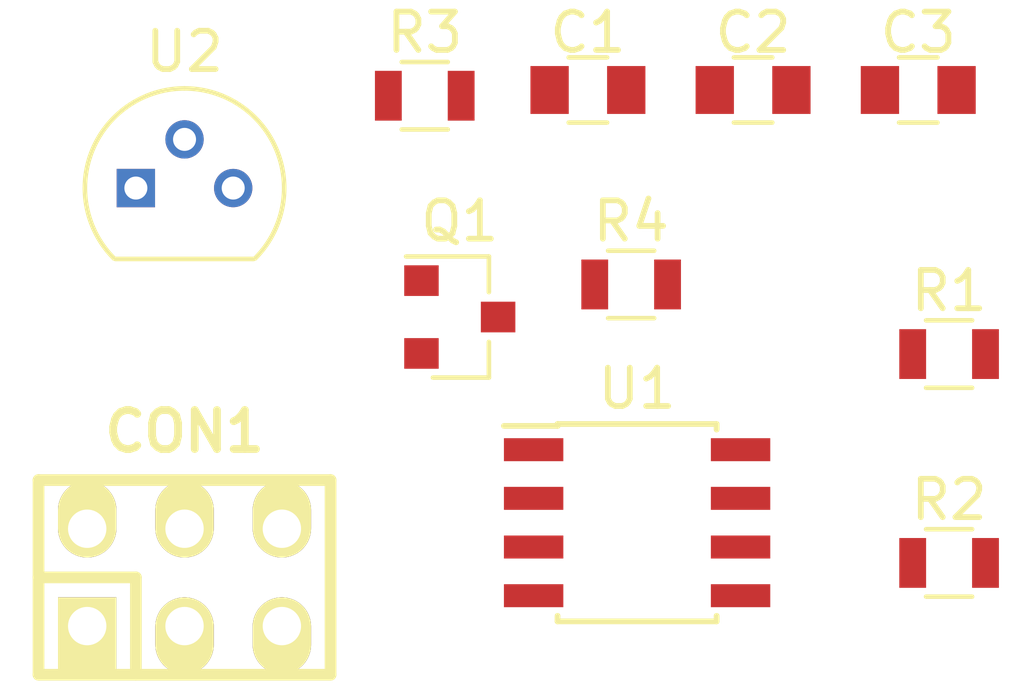
<source format=kicad_pcb>
(kicad_pcb (version 20170123) (host pcbnew no-vcs-found-996cba7~58~ubuntu16.10.1)

  (general
    (links 22)
    (no_connects 22)
    (area 104.254524 52.133539 131.279018 70.474545)
    (thickness 1.6)
    (drawings 0)
    (tracks 0)
    (zones 0)
    (modules 11)
    (nets 13)
  )

  (page A4)
  (layers
    (0 F.Cu signal)
    (31 B.Cu signal)
    (32 B.Adhes user)
    (33 F.Adhes user)
    (34 B.Paste user)
    (35 F.Paste user)
    (36 B.SilkS user)
    (37 F.SilkS user)
    (38 B.Mask user)
    (39 F.Mask user)
    (40 Dwgs.User user)
    (41 Cmts.User user)
    (42 Eco1.User user)
    (43 Eco2.User user)
    (44 Edge.Cuts user)
    (45 Margin user)
    (46 B.CrtYd user)
    (47 F.CrtYd user)
    (48 B.Fab user)
    (49 F.Fab user)
  )

  (setup
    (last_trace_width 0.25)
    (trace_clearance 0.2)
    (zone_clearance 0.508)
    (zone_45_only no)
    (trace_min 0.2)
    (segment_width 0.2)
    (edge_width 0.15)
    (via_size 0.8)
    (via_drill 0.4)
    (via_min_size 0.4)
    (via_min_drill 0.3)
    (uvia_size 0.3)
    (uvia_drill 0.1)
    (uvias_allowed no)
    (uvia_min_size 0.2)
    (uvia_min_drill 0.1)
    (pcb_text_width 0.3)
    (pcb_text_size 1.5 1.5)
    (mod_edge_width 0.15)
    (mod_text_size 1 1)
    (mod_text_width 0.15)
    (pad_size 1.524 1.524)
    (pad_drill 0.762)
    (pad_to_mask_clearance 0.2)
    (aux_axis_origin 0 0)
    (visible_elements 7FFFFFFF)
    (pcbplotparams
      (layerselection 0x00030_ffffffff)
      (usegerberextensions false)
      (excludeedgelayer true)
      (linewidth 0.100000)
      (plotframeref false)
      (viasonmask false)
      (mode 1)
      (useauxorigin false)
      (hpglpennumber 1)
      (hpglpenspeed 20)
      (hpglpendiameter 15)
      (psnegative false)
      (psa4output false)
      (plotreference true)
      (plotvalue true)
      (plotinvisibletext false)
      (padsonsilk false)
      (subtractmaskfromsilk false)
      (outputformat 1)
      (mirror false)
      (drillshape 1)
      (scaleselection 1)
      (outputdirectory ""))
  )

  (net 0 "")
  (net 1 +5V)
  (net 2 GND)
  (net 3 "Net-(CON1-Pad1)")
  (net 4 "Net-(CON1-Pad3)")
  (net 5 "Net-(CON1-Pad4)")
  (net 6 "Net-(CON1-Pad5)")
  (net 7 "Net-(C1-Pad1)")
  (net 8 "Net-(R1-Pad2)")
  (net 9 "Net-(U2-Pad3)")
  (net 10 "Net-(Q1-Pad1)")
  (net 11 "Net-(Q1-Pad3)")
  (net 12 "Net-(R4-Pad1)")

  (net_class Default "This is the default net class."
    (clearance 0.2)
    (trace_width 0.25)
    (via_dia 0.8)
    (via_drill 0.4)
    (uvia_dia 0.3)
    (uvia_drill 0.1)
    (add_net +5V)
    (add_net GND)
    (add_net "Net-(C1-Pad1)")
    (add_net "Net-(CON1-Pad1)")
    (add_net "Net-(CON1-Pad3)")
    (add_net "Net-(CON1-Pad4)")
    (add_net "Net-(CON1-Pad5)")
    (add_net "Net-(Q1-Pad1)")
    (add_net "Net-(Q1-Pad3)")
    (add_net "Net-(R1-Pad2)")
    (add_net "Net-(R4-Pad1)")
    (add_net "Net-(U2-Pad3)")
  )

  (module Resistors_SMD:R_0805 (layer F.Cu) (tedit 58AADA8F) (tstamp 58F32317)
    (at 120.87369 59.665624)
    (descr "Resistor SMD 0805, reflow soldering, Vishay (see dcrcw.pdf)")
    (tags "resistor 0805")
    (path /58CD990A)
    (attr smd)
    (fp_text reference R4 (at 0 -1.65) (layer F.SilkS)
      (effects (font (size 1 1) (thickness 0.15)))
    )
    (fp_text value 10k (at 0 1.75) (layer F.Fab)
      (effects (font (size 1 1) (thickness 0.15)))
    )
    (fp_text user %R (at 0 -1.65) (layer F.Fab)
      (effects (font (size 1 1) (thickness 0.15)))
    )
    (fp_line (start -1 0.62) (end -1 -0.62) (layer F.Fab) (width 0.1))
    (fp_line (start 1 0.62) (end -1 0.62) (layer F.Fab) (width 0.1))
    (fp_line (start 1 -0.62) (end 1 0.62) (layer F.Fab) (width 0.1))
    (fp_line (start -1 -0.62) (end 1 -0.62) (layer F.Fab) (width 0.1))
    (fp_line (start 0.6 0.88) (end -0.6 0.88) (layer F.SilkS) (width 0.12))
    (fp_line (start -0.6 -0.88) (end 0.6 -0.88) (layer F.SilkS) (width 0.12))
    (fp_line (start -1.55 -0.9) (end 1.55 -0.9) (layer F.CrtYd) (width 0.05))
    (fp_line (start -1.55 -0.9) (end -1.55 0.9) (layer F.CrtYd) (width 0.05))
    (fp_line (start 1.55 0.9) (end 1.55 -0.9) (layer F.CrtYd) (width 0.05))
    (fp_line (start 1.55 0.9) (end -1.55 0.9) (layer F.CrtYd) (width 0.05))
    (pad 1 smd rect (at -0.95 0) (size 0.7 1.3) (layers F.Cu F.Paste F.Mask)
      (net 12 "Net-(R4-Pad1)"))
    (pad 2 smd rect (at 0.95 0) (size 0.7 1.3) (layers F.Cu F.Paste F.Mask)
      (net 10 "Net-(Q1-Pad1)"))
    (model Resistors_SMD.3dshapes/R_0805.wrl
      (at (xyz 0 0 0))
      (scale (xyz 1 1 1))
      (rotate (xyz 0 0 0))
    )
  )

  (module TO_SOT_Packages_SMD:SOT-23 (layer F.Cu) (tedit 5883B105) (tstamp 58F32280)
    (at 116.40226 60.515624)
    (descr "SOT-23, Standard")
    (tags SOT-23)
    (path /58CD9864)
    (attr smd)
    (fp_text reference Q1 (at 0 -2.5) (layer F.SilkS)
      (effects (font (size 1 1) (thickness 0.15)))
    )
    (fp_text value BC847 (at 0 2.5) (layer F.Fab)
      (effects (font (size 1 1) (thickness 0.15)))
    )
    (fp_line (start -0.7 -0.95) (end -0.7 1.5) (layer F.Fab) (width 0.1))
    (fp_line (start -0.15 -1.52) (end 0.7 -1.52) (layer F.Fab) (width 0.1))
    (fp_line (start -0.7 -0.95) (end -0.15 -1.52) (layer F.Fab) (width 0.1))
    (fp_line (start 0.7 -1.52) (end 0.7 1.52) (layer F.Fab) (width 0.1))
    (fp_line (start -0.7 1.52) (end 0.7 1.52) (layer F.Fab) (width 0.1))
    (fp_line (start 0.76 1.58) (end 0.76 0.65) (layer F.SilkS) (width 0.12))
    (fp_line (start 0.76 -1.58) (end 0.76 -0.65) (layer F.SilkS) (width 0.12))
    (fp_line (start -1.7 -1.75) (end 1.7 -1.75) (layer F.CrtYd) (width 0.05))
    (fp_line (start 1.7 -1.75) (end 1.7 1.75) (layer F.CrtYd) (width 0.05))
    (fp_line (start 1.7 1.75) (end -1.7 1.75) (layer F.CrtYd) (width 0.05))
    (fp_line (start -1.7 1.75) (end -1.7 -1.75) (layer F.CrtYd) (width 0.05))
    (fp_line (start 0.76 -1.58) (end -1.4 -1.58) (layer F.SilkS) (width 0.12))
    (fp_line (start 0.76 1.58) (end -0.7 1.58) (layer F.SilkS) (width 0.12))
    (pad 1 smd rect (at -1 -0.95) (size 0.9 0.8) (layers F.Cu F.Paste F.Mask)
      (net 10 "Net-(Q1-Pad1)"))
    (pad 2 smd rect (at -1 0.95) (size 0.9 0.8) (layers F.Cu F.Paste F.Mask)
      (net 2 GND))
    (pad 3 smd rect (at 1 0) (size 0.9 0.8) (layers F.Cu F.Paste F.Mask)
      (net 11 "Net-(Q1-Pad3)"))
    (model TO_SOT_Packages_SMD.3dshapes/SOT-23.wrl
      (at (xyz 0 0 0))
      (scale (xyz 1 1 1))
      (rotate (xyz 0 0 90))
    )
  )

  (module TO_SOT_Packages_THT:TO-92_Molded_Narrow (layer F.Cu) (tedit 58610942) (tstamp 58F2DF89)
    (at 107.95 57.15)
    (descr "TO-92 leads molded, narrow, drill 0.6mm (see NXP sot054_po.pdf)")
    (tags "to-92 sc-43 sc-43a sot54 PA33 transistor")
    (path /58CD75F5)
    (fp_text reference U2 (at 1.27 -3.56) (layer F.SilkS)
      (effects (font (size 1 1) (thickness 0.15)))
    )
    (fp_text value LM78L05ACZ (at 1.27 2.79) (layer F.Fab)
      (effects (font (size 1 1) (thickness 0.15)))
    )
    (fp_text user %R (at 1.27 -3.56) (layer F.Fab)
      (effects (font (size 1 1) (thickness 0.15)))
    )
    (fp_line (start -0.53 1.85) (end 3.07 1.85) (layer F.SilkS) (width 0.12))
    (fp_line (start -0.5 1.75) (end 3 1.75) (layer F.Fab) (width 0.1))
    (fp_line (start -1.46 -2.73) (end 4 -2.73) (layer F.CrtYd) (width 0.05))
    (fp_line (start -1.46 -2.73) (end -1.46 2.01) (layer F.CrtYd) (width 0.05))
    (fp_line (start 4 2.01) (end 4 -2.73) (layer F.CrtYd) (width 0.05))
    (fp_line (start 4 2.01) (end -1.46 2.01) (layer F.CrtYd) (width 0.05))
    (fp_arc (start 1.27 0) (end 1.27 -2.48) (angle 135) (layer F.Fab) (width 0.1))
    (fp_arc (start 1.27 0) (end 1.27 -2.6) (angle -135) (layer F.SilkS) (width 0.12))
    (fp_arc (start 1.27 0) (end 1.27 -2.48) (angle -135) (layer F.Fab) (width 0.1))
    (fp_arc (start 1.27 0) (end 1.27 -2.6) (angle 135) (layer F.SilkS) (width 0.12))
    (pad 2 thru_hole circle (at 1.27 -1.27 90) (size 1 1) (drill 0.6) (layers *.Cu *.Mask)
      (net 2 GND))
    (pad 3 thru_hole circle (at 2.54 0 90) (size 1 1) (drill 0.6) (layers *.Cu *.Mask)
      (net 9 "Net-(U2-Pad3)"))
    (pad 1 thru_hole rect (at 0 0 90) (size 1 1) (drill 0.6) (layers *.Cu *.Mask)
      (net 1 +5V))
    (model TO_SOT_Packages_THT.3dshapes/TO-92_Molded_Narrow.wrl
      (at (xyz 0.05 0 0))
      (scale (xyz 1 1 1))
      (rotate (xyz 0 0 -90))
    )
  )

  (module Housings_SOIC:SOIC-8_3.9x4.9mm_Pitch1.27mm (layer F.Cu) (tedit 54130A77) (tstamp 58CD9E1F)
    (at 121.029256 65.882045)
    (descr "8-Lead Plastic Small Outline (SN) - Narrow, 3.90 mm Body [SOIC] (see Microchip Packaging Specification 00000049BS.pdf)")
    (tags "SOIC 1.27")
    (path /58CD65E5)
    (attr smd)
    (fp_text reference U1 (at 0 -3.5) (layer F.SilkS)
      (effects (font (size 1 1) (thickness 0.15)))
    )
    (fp_text value ATTINY13A-SSU (at 0 3.5) (layer F.Fab)
      (effects (font (size 1 1) (thickness 0.15)))
    )
    (fp_line (start -0.95 -2.45) (end 1.95 -2.45) (layer F.Fab) (width 0.15))
    (fp_line (start 1.95 -2.45) (end 1.95 2.45) (layer F.Fab) (width 0.15))
    (fp_line (start 1.95 2.45) (end -1.95 2.45) (layer F.Fab) (width 0.15))
    (fp_line (start -1.95 2.45) (end -1.95 -1.45) (layer F.Fab) (width 0.15))
    (fp_line (start -1.95 -1.45) (end -0.95 -2.45) (layer F.Fab) (width 0.15))
    (fp_line (start -3.75 -2.75) (end -3.75 2.75) (layer F.CrtYd) (width 0.05))
    (fp_line (start 3.75 -2.75) (end 3.75 2.75) (layer F.CrtYd) (width 0.05))
    (fp_line (start -3.75 -2.75) (end 3.75 -2.75) (layer F.CrtYd) (width 0.05))
    (fp_line (start -3.75 2.75) (end 3.75 2.75) (layer F.CrtYd) (width 0.05))
    (fp_line (start -2.075 -2.575) (end -2.075 -2.525) (layer F.SilkS) (width 0.15))
    (fp_line (start 2.075 -2.575) (end 2.075 -2.43) (layer F.SilkS) (width 0.15))
    (fp_line (start 2.075 2.575) (end 2.075 2.43) (layer F.SilkS) (width 0.15))
    (fp_line (start -2.075 2.575) (end -2.075 2.43) (layer F.SilkS) (width 0.15))
    (fp_line (start -2.075 -2.575) (end 2.075 -2.575) (layer F.SilkS) (width 0.15))
    (fp_line (start -2.075 2.575) (end 2.075 2.575) (layer F.SilkS) (width 0.15))
    (fp_line (start -2.075 -2.525) (end -3.475 -2.525) (layer F.SilkS) (width 0.15))
    (pad 1 smd rect (at -2.7 -1.905) (size 1.55 0.6) (layers F.Cu F.Paste F.Mask)
      (net 6 "Net-(CON1-Pad5)"))
    (pad 2 smd rect (at -2.7 -0.635) (size 1.55 0.6) (layers F.Cu F.Paste F.Mask)
      (net 12 "Net-(R4-Pad1)"))
    (pad 3 smd rect (at -2.7 0.635) (size 1.55 0.6) (layers F.Cu F.Paste F.Mask)
      (net 8 "Net-(R1-Pad2)"))
    (pad 4 smd rect (at -2.7 1.905) (size 1.55 0.6) (layers F.Cu F.Paste F.Mask)
      (net 2 GND))
    (pad 5 smd rect (at 2.7 1.905) (size 1.55 0.6) (layers F.Cu F.Paste F.Mask)
      (net 5 "Net-(CON1-Pad4)"))
    (pad 6 smd rect (at 2.7 0.635) (size 1.55 0.6) (layers F.Cu F.Paste F.Mask)
      (net 3 "Net-(CON1-Pad1)"))
    (pad 7 smd rect (at 2.7 -0.635) (size 1.55 0.6) (layers F.Cu F.Paste F.Mask)
      (net 4 "Net-(CON1-Pad3)"))
    (pad 8 smd rect (at 2.7 -1.905) (size 1.55 0.6) (layers F.Cu F.Paste F.Mask)
      (net 1 +5V))
    (model Housings_SOIC.3dshapes/SOIC-8_3.9x4.9mm_Pitch1.27mm.wrl
      (at (xyz 0 0 0))
      (scale (xyz 1 1 1))
      (rotate (xyz 0 0 0))
    )
  )

  (module w_pin_strip:pin_strip_3x2 (layer F.Cu) (tedit 4B90DEF7) (tstamp 58DC25D5)
    (at 109.22 67.31)
    (descr "Pin strip 3x2pin")
    (tags "CONN DEV")
    (path /58CB0AB3)
    (fp_text reference CON1 (at 0 -3.81) (layer F.SilkS)
      (effects (font (size 1.016 1.016) (thickness 0.2032)))
    )
    (fp_text value AVR-ISP6 (at 0 -5.08) (layer F.SilkS) hide
      (effects (font (size 1.016 0.889) (thickness 0.2032)))
    )
    (fp_line (start -3.81 -2.54) (end 3.81 -2.54) (layer F.SilkS) (width 0.3048))
    (fp_line (start 3.81 -2.54) (end 3.81 2.54) (layer F.SilkS) (width 0.3048))
    (fp_line (start 3.81 2.54) (end -3.81 2.54) (layer F.SilkS) (width 0.3048))
    (fp_line (start -3.81 0) (end -1.27 0) (layer F.SilkS) (width 0.3048))
    (fp_line (start -1.27 0) (end -1.27 2.54) (layer F.SilkS) (width 0.3048))
    (fp_line (start -3.81 -2.54) (end -3.81 2.54) (layer F.SilkS) (width 0.3048))
    (pad 1 thru_hole rect (at -2.54 1.27) (size 1.524 1.99898) (drill 1.00076 (offset 0 0.24892)) (layers *.Cu *.Mask F.SilkS)
      (net 3 "Net-(CON1-Pad1)"))
    (pad 2 thru_hole oval (at -2.54 -1.27) (size 1.524 1.99898) (drill 1.00076 (offset 0 -0.24892)) (layers *.Cu *.Mask F.SilkS)
      (net 1 +5V))
    (pad 3 thru_hole oval (at 0 1.27) (size 1.524 1.99898) (drill 1.00076 (offset 0 0.24892)) (layers *.Cu *.Mask F.SilkS)
      (net 4 "Net-(CON1-Pad3)"))
    (pad 4 thru_hole oval (at 0 -1.27) (size 1.524 1.99898) (drill 1.00076 (offset 0 -0.24892)) (layers *.Cu *.Mask F.SilkS)
      (net 5 "Net-(CON1-Pad4)"))
    (pad 5 thru_hole oval (at 2.54 1.27) (size 1.524 1.99898) (drill 1.00076 (offset 0 0.24892)) (layers *.Cu *.Mask F.SilkS)
      (net 6 "Net-(CON1-Pad5)"))
    (pad 6 thru_hole oval (at 2.54 -1.27) (size 1.524 1.99898) (drill 1.00076 (offset 0 -0.24892)) (layers *.Cu *.Mask F.SilkS)
      (net 2 GND))
    (model walter/pin_strip/pin_strip_3x2.wrl
      (at (xyz 0 0 0))
      (scale (xyz 1 1 1))
      (rotate (xyz 0 0 0))
    )
  )

  (module Capacitors_SMD:C_0805 (layer F.Cu) (tedit 58AA8463) (tstamp 58C79E7B)
    (at 128.365985 54.591039)
    (descr "Capacitor SMD 0805, reflow soldering, AVX (see smccp.pdf)")
    (tags "capacitor 0805")
    (path /58C70A73)
    (attr smd)
    (fp_text reference C3 (at 0 -1.5) (layer F.SilkS)
      (effects (font (size 1 1) (thickness 0.15)))
    )
    (fp_text value 100n (at 0 1.75) (layer F.Fab)
      (effects (font (size 1 1) (thickness 0.15)))
    )
    (fp_text user %R (at 0 -1.5) (layer F.Fab)
      (effects (font (size 1 1) (thickness 0.15)))
    )
    (fp_line (start -1 0.62) (end -1 -0.62) (layer F.Fab) (width 0.1))
    (fp_line (start 1 0.62) (end -1 0.62) (layer F.Fab) (width 0.1))
    (fp_line (start 1 -0.62) (end 1 0.62) (layer F.Fab) (width 0.1))
    (fp_line (start -1 -0.62) (end 1 -0.62) (layer F.Fab) (width 0.1))
    (fp_line (start 0.5 -0.85) (end -0.5 -0.85) (layer F.SilkS) (width 0.12))
    (fp_line (start -0.5 0.85) (end 0.5 0.85) (layer F.SilkS) (width 0.12))
    (fp_line (start -1.75 -0.88) (end 1.75 -0.88) (layer F.CrtYd) (width 0.05))
    (fp_line (start -1.75 -0.88) (end -1.75 0.87) (layer F.CrtYd) (width 0.05))
    (fp_line (start 1.75 0.87) (end 1.75 -0.88) (layer F.CrtYd) (width 0.05))
    (fp_line (start 1.75 0.87) (end -1.75 0.87) (layer F.CrtYd) (width 0.05))
    (pad 1 smd rect (at -1 0) (size 1 1.25) (layers F.Cu F.Paste F.Mask)
      (net 1 +5V))
    (pad 2 smd rect (at 1 0) (size 1 1.25) (layers F.Cu F.Paste F.Mask)
      (net 2 GND))
    (model Capacitors_SMD.3dshapes/C_0805.wrl
      (at (xyz 0 0 0))
      (scale (xyz 1 1 1))
      (rotate (xyz 0 0 0))
    )
  )

  (module Capacitors_SMD:C_0805 (layer F.Cu) (tedit 58AA8463) (tstamp 58C79E4A)
    (at 124.055985 54.591039)
    (descr "Capacitor SMD 0805, reflow soldering, AVX (see smccp.pdf)")
    (tags "capacitor 0805")
    (path /58C70C3F)
    (attr smd)
    (fp_text reference C2 (at 0 -1.5) (layer F.SilkS)
      (effects (font (size 1 1) (thickness 0.15)))
    )
    (fp_text value 100n (at 0 1.75) (layer F.Fab)
      (effects (font (size 1 1) (thickness 0.15)))
    )
    (fp_line (start 1.75 0.87) (end -1.75 0.87) (layer F.CrtYd) (width 0.05))
    (fp_line (start 1.75 0.87) (end 1.75 -0.88) (layer F.CrtYd) (width 0.05))
    (fp_line (start -1.75 -0.88) (end -1.75 0.87) (layer F.CrtYd) (width 0.05))
    (fp_line (start -1.75 -0.88) (end 1.75 -0.88) (layer F.CrtYd) (width 0.05))
    (fp_line (start -0.5 0.85) (end 0.5 0.85) (layer F.SilkS) (width 0.12))
    (fp_line (start 0.5 -0.85) (end -0.5 -0.85) (layer F.SilkS) (width 0.12))
    (fp_line (start -1 -0.62) (end 1 -0.62) (layer F.Fab) (width 0.1))
    (fp_line (start 1 -0.62) (end 1 0.62) (layer F.Fab) (width 0.1))
    (fp_line (start 1 0.62) (end -1 0.62) (layer F.Fab) (width 0.1))
    (fp_line (start -1 0.62) (end -1 -0.62) (layer F.Fab) (width 0.1))
    (fp_text user %R (at 0 -1.5) (layer F.Fab)
      (effects (font (size 1 1) (thickness 0.15)))
    )
    (pad 2 smd rect (at 1 0) (size 1 1.25) (layers F.Cu F.Paste F.Mask)
      (net 2 GND))
    (pad 1 smd rect (at -1 0) (size 1 1.25) (layers F.Cu F.Paste F.Mask)
      (net 1 +5V))
    (model Capacitors_SMD.3dshapes/C_0805.wrl
      (at (xyz 0 0 0))
      (scale (xyz 1 1 1))
      (rotate (xyz 0 0 0))
    )
  )

  (module Capacitors_SMD:C_0805 (layer F.Cu) (tedit 58AA8463) (tstamp 58C79E19)
    (at 119.745985 54.591039)
    (descr "Capacitor SMD 0805, reflow soldering, AVX (see smccp.pdf)")
    (tags "capacitor 0805")
    (path /58CC55EF)
    (attr smd)
    (fp_text reference C1 (at 0 -1.5) (layer F.SilkS)
      (effects (font (size 1 1) (thickness 0.15)))
    )
    (fp_text value 0,47 (at 0 1.75) (layer F.Fab)
      (effects (font (size 1 1) (thickness 0.15)))
    )
    (fp_text user %R (at 0 -1.5) (layer F.Fab)
      (effects (font (size 1 1) (thickness 0.15)))
    )
    (fp_line (start -1 0.62) (end -1 -0.62) (layer F.Fab) (width 0.1))
    (fp_line (start 1 0.62) (end -1 0.62) (layer F.Fab) (width 0.1))
    (fp_line (start 1 -0.62) (end 1 0.62) (layer F.Fab) (width 0.1))
    (fp_line (start -1 -0.62) (end 1 -0.62) (layer F.Fab) (width 0.1))
    (fp_line (start 0.5 -0.85) (end -0.5 -0.85) (layer F.SilkS) (width 0.12))
    (fp_line (start -0.5 0.85) (end 0.5 0.85) (layer F.SilkS) (width 0.12))
    (fp_line (start -1.75 -0.88) (end 1.75 -0.88) (layer F.CrtYd) (width 0.05))
    (fp_line (start -1.75 -0.88) (end -1.75 0.87) (layer F.CrtYd) (width 0.05))
    (fp_line (start 1.75 0.87) (end 1.75 -0.88) (layer F.CrtYd) (width 0.05))
    (fp_line (start 1.75 0.87) (end -1.75 0.87) (layer F.CrtYd) (width 0.05))
    (pad 1 smd rect (at -1 0) (size 1 1.25) (layers F.Cu F.Paste F.Mask)
      (net 7 "Net-(C1-Pad1)"))
    (pad 2 smd rect (at 1 0) (size 1 1.25) (layers F.Cu F.Paste F.Mask)
      (net 2 GND))
    (model Capacitors_SMD.3dshapes/C_0805.wrl
      (at (xyz 0 0 0))
      (scale (xyz 1 1 1))
      (rotate (xyz 0 0 0))
    )
  )

  (module Resistors_SMD:R_0805 (layer F.Cu) (tedit 58AADA8F) (tstamp 58C79D7C)
    (at 115.488366 54.741039)
    (descr "Resistor SMD 0805, reflow soldering, Vishay (see dcrcw.pdf)")
    (tags "resistor 0805")
    (path /58C7039B)
    (attr smd)
    (fp_text reference R3 (at 0 -1.65) (layer F.SilkS)
      (effects (font (size 1 1) (thickness 0.15)))
    )
    (fp_text value 510k (at 0 1.75) (layer F.Fab)
      (effects (font (size 1 1) (thickness 0.15)))
    )
    (fp_text user %R (at 0 -1.65) (layer F.Fab)
      (effects (font (size 1 1) (thickness 0.15)))
    )
    (fp_line (start -1 0.62) (end -1 -0.62) (layer F.Fab) (width 0.1))
    (fp_line (start 1 0.62) (end -1 0.62) (layer F.Fab) (width 0.1))
    (fp_line (start 1 -0.62) (end 1 0.62) (layer F.Fab) (width 0.1))
    (fp_line (start -1 -0.62) (end 1 -0.62) (layer F.Fab) (width 0.1))
    (fp_line (start 0.6 0.88) (end -0.6 0.88) (layer F.SilkS) (width 0.12))
    (fp_line (start -0.6 -0.88) (end 0.6 -0.88) (layer F.SilkS) (width 0.12))
    (fp_line (start -1.55 -0.9) (end 1.55 -0.9) (layer F.CrtYd) (width 0.05))
    (fp_line (start -1.55 -0.9) (end -1.55 0.9) (layer F.CrtYd) (width 0.05))
    (fp_line (start 1.55 0.9) (end 1.55 -0.9) (layer F.CrtYd) (width 0.05))
    (fp_line (start 1.55 0.9) (end -1.55 0.9) (layer F.CrtYd) (width 0.05))
    (pad 1 smd rect (at -0.95 0) (size 0.7 1.3) (layers F.Cu F.Paste F.Mask)
      (net 2 GND))
    (pad 2 smd rect (at 0.95 0) (size 0.7 1.3) (layers F.Cu F.Paste F.Mask)
      (net 7 "Net-(C1-Pad1)"))
    (model Resistors_SMD.3dshapes/R_0805.wrl
      (at (xyz 0 0 0))
      (scale (xyz 1 1 1))
      (rotate (xyz 0 0 0))
    )
  )

  (module Resistors_SMD:R_0805 (layer F.Cu) (tedit 58AADA8F) (tstamp 58C728E7)
    (at 129.170684 66.932045)
    (descr "Resistor SMD 0805, reflow soldering, Vishay (see dcrcw.pdf)")
    (tags "resistor 0805")
    (path /58C7022C)
    (attr smd)
    (fp_text reference R2 (at 0 -1.65) (layer F.SilkS)
      (effects (font (size 1 1) (thickness 0.15)))
    )
    (fp_text value 510k (at 0 1.75) (layer F.Fab)
      (effects (font (size 1 1) (thickness 0.15)))
    )
    (fp_line (start 1.55 0.9) (end -1.55 0.9) (layer F.CrtYd) (width 0.05))
    (fp_line (start 1.55 0.9) (end 1.55 -0.9) (layer F.CrtYd) (width 0.05))
    (fp_line (start -1.55 -0.9) (end -1.55 0.9) (layer F.CrtYd) (width 0.05))
    (fp_line (start -1.55 -0.9) (end 1.55 -0.9) (layer F.CrtYd) (width 0.05))
    (fp_line (start -0.6 -0.88) (end 0.6 -0.88) (layer F.SilkS) (width 0.12))
    (fp_line (start 0.6 0.88) (end -0.6 0.88) (layer F.SilkS) (width 0.12))
    (fp_line (start -1 -0.62) (end 1 -0.62) (layer F.Fab) (width 0.1))
    (fp_line (start 1 -0.62) (end 1 0.62) (layer F.Fab) (width 0.1))
    (fp_line (start 1 0.62) (end -1 0.62) (layer F.Fab) (width 0.1))
    (fp_line (start -1 0.62) (end -1 -0.62) (layer F.Fab) (width 0.1))
    (fp_text user %R (at 0 -1.65) (layer F.Fab)
      (effects (font (size 1 1) (thickness 0.15)))
    )
    (pad 2 smd rect (at 0.95 0) (size 0.7 1.3) (layers F.Cu F.Paste F.Mask)
      (net 7 "Net-(C1-Pad1)"))
    (pad 1 smd rect (at -0.95 0) (size 0.7 1.3) (layers F.Cu F.Paste F.Mask)
      (net 1 +5V))
    (model Resistors_SMD.3dshapes/R_0805.wrl
      (at (xyz 0 0 0))
      (scale (xyz 1 1 1))
      (rotate (xyz 0 0 0))
    )
  )

  (module Resistors_SMD:R_0805 (layer F.Cu) (tedit 58AADA8F) (tstamp 58C728B6)
    (at 129.170684 61.482045)
    (descr "Resistor SMD 0805, reflow soldering, Vishay (see dcrcw.pdf)")
    (tags "resistor 0805")
    (path /58CC4F4B)
    (attr smd)
    (fp_text reference R1 (at 0 -1.65) (layer F.SilkS)
      (effects (font (size 1 1) (thickness 0.15)))
    )
    (fp_text value 10k (at 0 1.75) (layer F.Fab)
      (effects (font (size 1 1) (thickness 0.15)))
    )
    (fp_text user %R (at 0 -1.65) (layer F.Fab)
      (effects (font (size 1 1) (thickness 0.15)))
    )
    (fp_line (start -1 0.62) (end -1 -0.62) (layer F.Fab) (width 0.1))
    (fp_line (start 1 0.62) (end -1 0.62) (layer F.Fab) (width 0.1))
    (fp_line (start 1 -0.62) (end 1 0.62) (layer F.Fab) (width 0.1))
    (fp_line (start -1 -0.62) (end 1 -0.62) (layer F.Fab) (width 0.1))
    (fp_line (start 0.6 0.88) (end -0.6 0.88) (layer F.SilkS) (width 0.12))
    (fp_line (start -0.6 -0.88) (end 0.6 -0.88) (layer F.SilkS) (width 0.12))
    (fp_line (start -1.55 -0.9) (end 1.55 -0.9) (layer F.CrtYd) (width 0.05))
    (fp_line (start -1.55 -0.9) (end -1.55 0.9) (layer F.CrtYd) (width 0.05))
    (fp_line (start 1.55 0.9) (end 1.55 -0.9) (layer F.CrtYd) (width 0.05))
    (fp_line (start 1.55 0.9) (end -1.55 0.9) (layer F.CrtYd) (width 0.05))
    (pad 1 smd rect (at -0.95 0) (size 0.7 1.3) (layers F.Cu F.Paste F.Mask)
      (net 7 "Net-(C1-Pad1)"))
    (pad 2 smd rect (at 0.95 0) (size 0.7 1.3) (layers F.Cu F.Paste F.Mask)
      (net 8 "Net-(R1-Pad2)"))
    (model Resistors_SMD.3dshapes/R_0805.wrl
      (at (xyz 0 0 0))
      (scale (xyz 1 1 1))
      (rotate (xyz 0 0 0))
    )
  )

)

</source>
